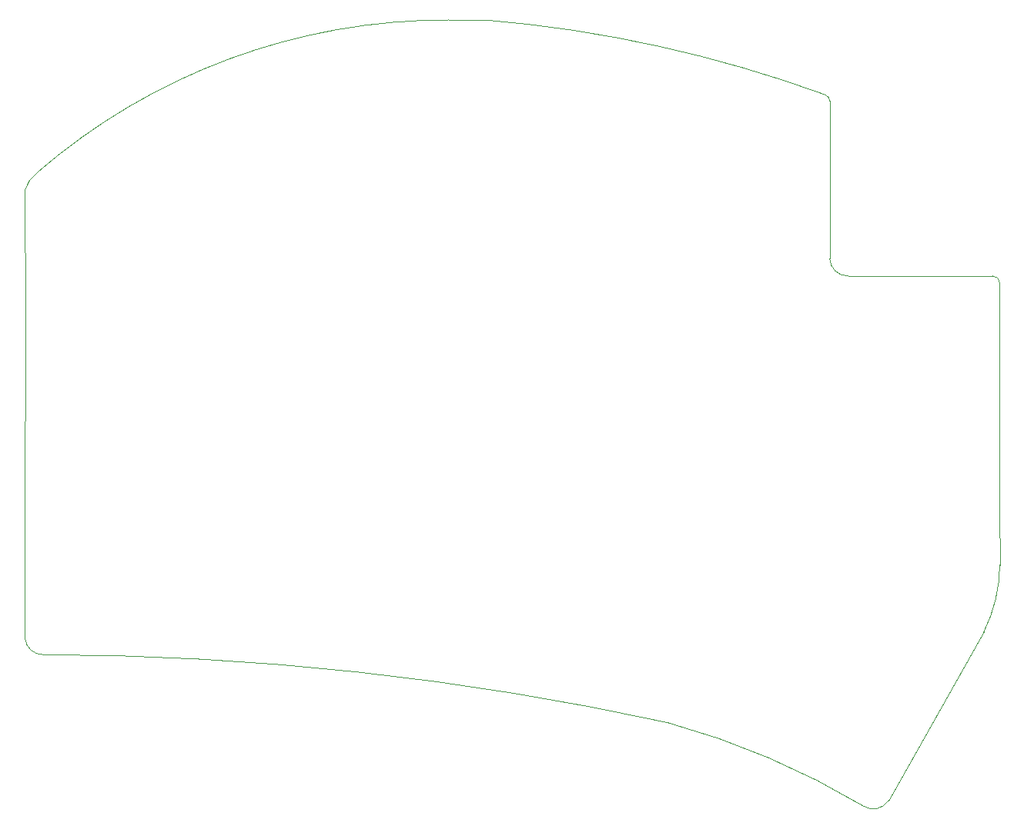
<source format=gbr>
%TF.GenerationSoftware,KiCad,Pcbnew,(6.0.8-1)-1*%
%TF.CreationDate,2023-02-27T11:26:25+02:00*%
%TF.ProjectId,sweepv2,73776565-7076-4322-9e6b-696361645f70,rev?*%
%TF.SameCoordinates,Original*%
%TF.FileFunction,Profile,NP*%
%FSLAX46Y46*%
G04 Gerber Fmt 4.6, Leading zero omitted, Abs format (unit mm)*
G04 Created by KiCad (PCBNEW (6.0.8-1)-1) date 2023-02-27 11:26:25*
%MOMM*%
%LPD*%
G01*
G04 APERTURE LIST*
%TA.AperFunction,Profile*%
%ADD10C,0.050000*%
%TD*%
G04 APERTURE END LIST*
D10*
X131508500Y-77724000D02*
X131506254Y-89547024D01*
X219998001Y-47763999D02*
X219998045Y-30439419D01*
X223714000Y-108050000D02*
G75*
G03*
X226446000Y-107451265I1070000J1650000D01*
G01*
X219998002Y-47763999D02*
G75*
G03*
X222033002Y-49694917I1999998J69999D01*
G01*
X219563295Y-29758875D02*
G75*
G03*
X182067777Y-21502679I-49442795J-135273425D01*
G01*
X178120389Y-21508135D02*
G75*
G03*
X132893000Y-38265000I-253989J-68728095D01*
G01*
X238688000Y-50442000D02*
G75*
G03*
X237938000Y-49692000I-750000J0D01*
G01*
X132893000Y-38265000D02*
G75*
G03*
X131466055Y-40278702I2445000J-3245000D01*
G01*
X131506294Y-89547021D02*
G75*
G03*
X133544000Y-91383119I1978006J146421D01*
G01*
X219998002Y-30439419D02*
G75*
G03*
X219563290Y-29758889I-750002J19D01*
G01*
X223714000Y-108050000D02*
G75*
G03*
X202185134Y-98863946I-44316000J-74040000D01*
G01*
X222033002Y-49694917D02*
X237938000Y-49692000D01*
X202185136Y-98863939D02*
G75*
G03*
X133544000Y-91383119I-69219136J-316475461D01*
G01*
X238688000Y-58420000D02*
X238688000Y-66548000D01*
X236953304Y-88858150D02*
X226446000Y-107451265D01*
X236953327Y-88858162D02*
G75*
G03*
X238700000Y-81534000I-15027227J7454062D01*
G01*
X182067777Y-21502679D02*
X178120389Y-21508139D01*
X238688000Y-50442000D02*
X238688000Y-58420000D01*
X131466055Y-40278702D02*
X131572000Y-53875000D01*
X238688000Y-66548000D02*
X238688000Y-75438000D01*
X238688000Y-75438000D02*
X238700000Y-81534000D01*
X131572000Y-53848000D02*
X131508500Y-77724000D01*
M02*

</source>
